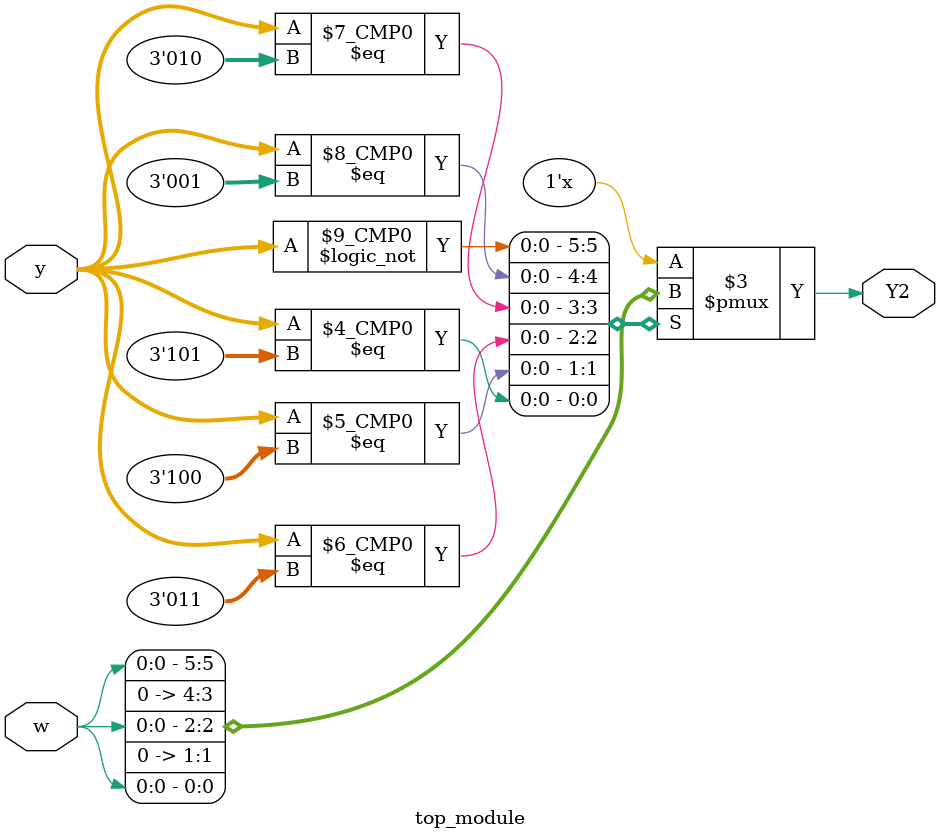
<source format=sv>
module top_module(
    input [3:1] y,
    input w,
    output reg Y2
);

always @(*) begin
    case (y)
        3'b000: Y2 = w;
        3'b001: Y2 = 1'b0;
        3'b010: Y2 = 1'b0;
        3'b011: Y2 = w;
        3'b100: Y2 = 1'b0;
        3'b101: Y2 = w;
        default: Y2 = 1'bx; // This is just a placeholder, you can remove it if not needed
    endcase
end

endmodule

</source>
